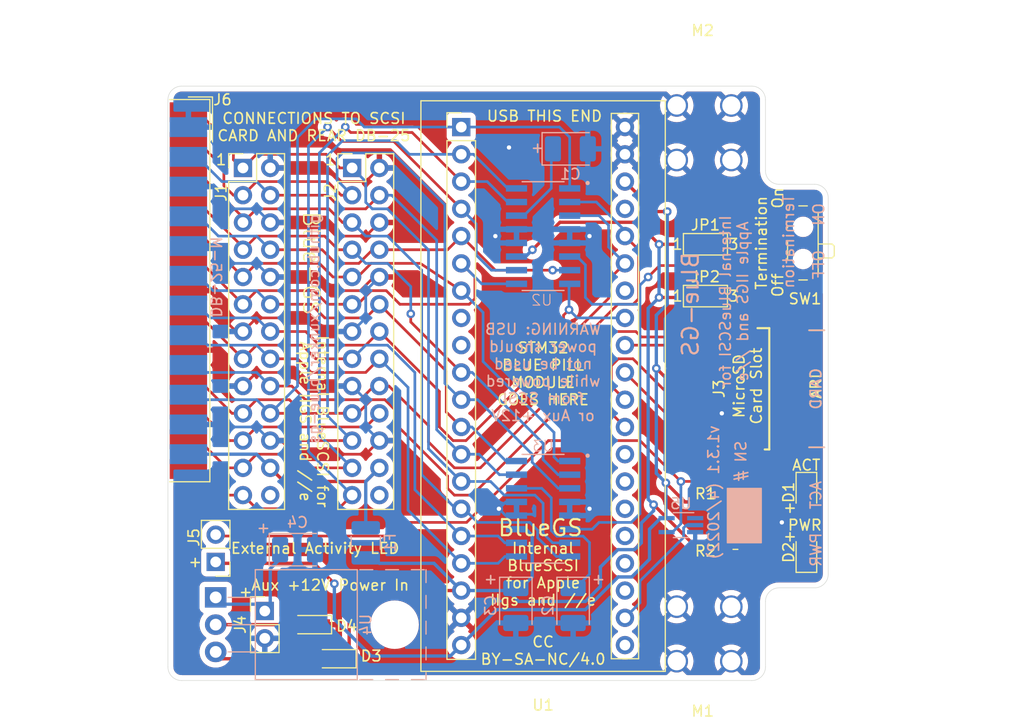
<source format=kicad_pcb>
(kicad_pcb (version 20211014) (generator pcbnew)
  (layers (0 "F.Cu" signal) (31 "B.Cu" signal) (34 "B.Paste" user) (35 "F.Paste" user) (36 "B.SilkS" user "B.Silkscreen") (37 "F.SilkS" user "F.Silkscreen") (38 "B.Mask" user) (39 "F.Mask" user) (44 "Edge.Cuts" user))
  (net 0 "")
  (net 12 "+5V")
  (net 13 "GND")
  (net 14 "/SCSI_DB4")
  (net 15 "/SCSI_DB2")
  (net 16 "/SCSI_DB1")
  (net 17 "/SCSI_DBP")
  (net 18 "/SCSI_SEL")
  (net 19 "/SCSI_ATN")
  (net 20 "/SCSI_C_D")
  (net 21 "/SCSI_DB7")
  (net 22 "/SCSI_DB6")
  (net 23 "/SCSI_DB5")
  (net 24 "/SCSI_DB3")
  (net 25 "/SCSI_DB0")
  (net 26 "/SCSI_BSY")
  (net 27 "/SCSI_ACK")
  (net 28 "/SCSI_RST")
  (net 29 "/SCSI_I_O")
  (net 30 "/SCSI_MSG")
  (net 31 "/SCSI_REQ")
  (net 32 "/SD_MISO")
  (net 33 "/SD_CSK")
  (net 34 "+3V3")
  (net 35 "/SD_MOSI")
  (net 36 "/SD_CS")
  (net 39 "Net-(D2-Pad2)")
  (net 40 "Net-(C1-Pad1)")
  (net 41 "Net-(C2-Pad1)")
  (net 42 "/TERM_DISC")
  (net 43 "Net-(D1-Pad1)")
  (net 44 "/DEBUG_RX")
  (net 45 "/DEBUG_TX")
  (net 46 "Net-(D4-Pad2)")
  (net 47 "/+12V_AUX")
  (net 48 "/TERM_EN")
  (net 49 "/TERM_DIS")
  (net 50 "/DISK_ACT")
  (net 51 "/REG_OUT")
  (net 52 "/SCSI_TERMPWR")
  (net 53 "Net-(D1-Pad2)")
  (footprint "my library:YAAJ_BluePill_2" (layer "F.Cu") (at 152.4 50.8)
    (fp_text reference "U1")
    (fp_text value "YAAJ_BluePill" hide)
  )
  (footprint "Button_Switch_SMD:SW_SPDT_PCM12" (layer "F.Cu") (at 183.896 61.595 90)
    (fp_text reference "SW1")
    (fp_text value "SW_SPDT")
  )
  (footprint "Resistor_SMD:R_0805_2012Metric_Pad1.20x1.40mm_HandSolder" (layer "F.Cu") (at 177.927 89.408 180)
    (fp_text reference "R2")
    (fp_text value "1K")
  )
  (footprint "LED_SMD:LED_0805_2012Metric_Pad1.15x1.40mm_HandSolder" (layer "F.Cu") (at 184.531 84.836 -90)
    (fp_text reference "D1")
    (fp_text value "LED")
  )
  (footprint "Diode_SMD:D_SOD-323_HandSoldering" (layer "F.Cu") (at 138.43 97.155 180)
    (fp_text reference "D4")
    (fp_text value "1N4001")
  )
  (footprint "Diode_SMD:D_SOD-323_HandSoldering" (layer "F.Cu") (at 140.716 100.33 180)
    (fp_text reference "D3")
    (fp_text value "1N4001")
  )
  (footprint "Jumper:SolderJumper-3_P1.3mm_Open_Pad1.0x1.5mm_NumberLabels" (layer "F.Cu") (at 175.133 66.548)
    (fp_text reference "JP2")
    (fp_text value "Jumper_3_Open")
  )
  (footprint "Jumper:SolderJumper-3_P1.3mm_Open_Pad1.0x1.5mm_NumberLabels" (layer "F.Cu") (at 175.133 61.722)
    (fp_text reference "JP1")
    (fp_text value "Jumper_3_Open")
  )
  (footprint "Resistor_SMD:R_0805_2012Metric_Pad1.20x1.40mm_HandSolder" (layer "F.Cu") (at 177.927 85.725)
    (fp_text reference "R1")
    (fp_text value "470")
  )
  (footprint "Connector_PinHeader_2.54mm:PinHeader_2x13_P2.54mm_Vertical" (layer "F.Cu") (at 132.08 54.61)
    (fp_text reference "J1")
    (fp_text value "Conn_02x13_Odd_Even")
  )
  (footprint "Connector_PinHeader_2.54mm:PinHeader_2x13_P2.54mm_Vertical" (layer "F.Cu") (at 142.24 54.61)
    (fp_text reference "J2")
    (fp_text value "Conn_02x13_Odd_Even")
  )
  (footprint "Connector_PinHeader_2.54mm:PinHeader_1x02_P2.54mm_Vertical" (layer "F.Cu") (at 134.112 95.885)
    (fp_text reference "J4")
    (fp_text value "Conn_01x02_Male")
  )
  (footprint "Connector_PinHeader_2.54mm:PinHeader_1x02_P2.54mm_Vertical" (layer "F.Cu") (at 129.54 91.313 180)
    (fp_text reference "J5")
    (fp_text value "Conn_01x02_Male")
  )
  (footprint "my library:keystone-7774" (layer "F.Cu") (at 180.721 100.561 180)
    (fp_text reference "M1")
    (fp_text value "Screw_Terminal_01x01")
  )
  (footprint "my library:keystone-7774" (layer "F.Cu") (at 180.721 53.871 180)
    (fp_text reference "M2")
    (fp_text value "Screw_Terminal_01x01")
  )
  (footprint "LED_SMD:LED_0805_2012Metric_Pad1.15x1.40mm_HandSolder" (layer "F.Cu") (at 184.531 90.424 90)
    (fp_text reference "D2")
    (fp_text value "LED")
  )
  (footprint "Molex 105162-0001:105162-0001" (layer "F.Cu") (at 174.625 75.184 90)
    (fp_text reference "J3")
    (fp_text value "105162-0001")
  )
  (footprint "Connector_Dsub:DSUB-25_Male_EdgeMount_P2.77mm" (layer "F.Cu") (at 127 66.04 -90)
    (fp_text reference "J6")
    (fp_text value "DB25_Male")
  )
  (footprint "Capacitor_Tantalum_SMD:CP_EIA-3528-21_Kemet-B_Pad1.50x2.35mm_HandSolder" (layer "B.Cu") (at 162.56 52.832)
    (fp_text reference "C1")
    (fp_text value "4.7uF, 6.3v")
  )
  (footprint "my library:SOIC127P600X175-16N" (layer "B.Cu") (at 160.02 86.36 180)
    (fp_text reference "U3")
    (fp_text value "UC560x, UCC56xx")
  )
  (footprint "Capacitor_Tantalum_SMD:CP_EIA-3528-21_Kemet-B_Pad1.50x2.35mm_HandSolder" (layer "B.Cu") (at 157.48 95.377 -90)
    (fp_text reference "C3")
    (fp_text value "4.7uF, 6.3v")
  )
  (footprint "Capacitor_Tantalum_SMD:CP_EIA-3528-21_Kemet-B_Pad1.50x2.35mm_HandSolder" (layer "B.Cu") (at 162.814 95.377 -90)
    (fp_text reference "C2")
    (fp_text value "4.7uF, 6.3v")
  )
  (footprint "my library:SOIC127P600X175-16N" (layer "B.Cu") (at 160.02 60.96 180)
    (fp_text reference "U2")
    (fp_text value "UC560x, UCC56xx")
  )
  (footprint "Fuse:Fuse_1210_3225Metric" (layer "B.Cu") (at 143.51 89.535 90)
    (fp_text reference "F1")
    (fp_text value "Fuse")
  )
  (footprint "Package_TO_SOT_SMD:SOT-353_SC-70-5_Handsoldering" (layer "B.Cu") (at 172.847 87.884 180)
    (fp_text reference "U5")
    (fp_text value "NL17SZ07DFT2G")
  )
  (footprint "Package_TO_SOT_THT:TO-220-3_Horizontal_TabUp" (layer "B.Cu") (at 129.54 94.615 -90)
    (fp_text reference "U4")
    (fp_text value "MC7805CT-BP")
  )
  (footprint "Capacitor_Tantalum_SMD:CP_EIA-3528-21_Kemet-B_Pad1.50x2.35mm_HandSolder" (layer "B.Cu") (at 137.16 90.17)
    (fp_text reference "C4")
    (fp_text value "10uF")
  )
  (gr_poly (pts (xy 180.34 89.535) (xy 177.165 89.535) (xy 177.165 84.455) (xy 180.34 84.455)) (layer "B.SilkS") (width 0.1) (fill solid))
  (gr_line (start 186.563 57.404) (end 186.563 92.456) (layer "Edge.Cuts") (width 0.05))
  (gr_line (start 125.095 101.092) (end 125.095 48.26) (layer "Edge.Cuts") (width 0.05))
  (gr_line (start 181.991 56.134) (end 185.293 56.134) (layer "Edge.Cuts") (width 0.05))
  (gr_line (start 180.721 94.996) (end 180.721 101.092) (layer "Edge.Cuts") (width 0.05))
  (gr_arc (start 185.293 56.134) (mid 186.191026 56.505974) (end 186.563 57.404) (layer "Edge.Cuts") (width 0.05))
  (gr_arc (start 186.563 92.456) (mid 186.191026 93.354026) (end 185.293 93.726) (layer "Edge.Cuts") (width 0.05))
  (gr_arc (start 181.991 56.134) (mid 181.092974 55.762026) (end 180.721 54.864) (layer "Edge.Cuts") (width 0.05))
  (gr_line (start 180.721 48.26) (end 180.721 54.864) (layer "Edge.Cuts") (width 0.05))
  (gr_arc (start 180.721 94.996) (mid 181.092974 94.097974) (end 181.991 93.726) (layer "Edge.Cuts") (width 0.05))
  (gr_line (start 181.991 93.726) (end 185.293 93.726) (layer "Edge.Cuts") (width 0.05))
  (gr_line (start 126.365 46.99) (end 179.451 46.99) (layer "Edge.Cuts") (width 0.05))
  (gr_line (start 179.451 102.362) (end 126.365 102.362) (layer "Edge.Cuts") (width 0.05))
  (gr_arc (start 126.365 102.362) (mid 125.466974 101.990026) (end 125.095 101.092) (layer "Edge.Cuts") (width 0.05))
  (gr_arc (start 180.721 101.092) (mid 180.349026 101.990026) (end 179.451 102.362) (layer "Edge.Cuts") (width 0.05))
  (gr_arc (start 125.095 48.26) (mid 125.466974 47.361974) (end 126.365 46.99) (layer "Edge.Cuts") (width 0.05))
  (gr_arc (start 179.451 46.99) (mid 180.349026 47.361974) (end 180.721 48.26) (layer "Edge.Cuts") (width 0.05))
  (gr_text "ACT" (at 185.42 85.09 90) (layer "B.SilkS") (effects (font (size 1 1)) (justify mirror)))
  (gr_text "PWR" (at 185.42 90.17 90) (layer "B.SilkS") (effects (font (size 1 1)) (justify mirror)))
  (gr_text "ON   OFF" (at 185.674 61.468 90) (layer "B.SilkS") (effects (font (size 1 1)) (justify mirror)))
  (gr_text "github.com/xunker/blue-gs" (at 138.684 69.596 90) (layer "B.SilkS") (effects (font (size 1 1)) (justify mirror)))
  (gr_text "Internal BlueSCSI for\nApple IIGS and //e" (at 177.8 67.056 90) (layer "B.SilkS") (effects (font (size 1 1)) (justify mirror)))
  (gr_text "+" (at 133.985 88.265 -180) (layer "B.SilkS") (effects (font (size 1 1)) (justify mirror)))
  (gr_text "|    CARD    |" (at 185.42 75.184 90) (layer "B.SilkS") (effects (font (size 1 1)) (justify mirror)))
  (gr_text "Termination" (at 182.88 61.468 90) (layer "B.SilkS") (effects (font (size 1 1)) (justify mirror)))
  (gr_text "SN #" (at 178.435 81.915 90) (layer "B.SilkS") (effects (font (size 1 1)) (justify mirror)))
  (gr_text "Blue-GS" (at 173.736 67.31 90) (layer "B.SilkS") (effects (font (size 1.5 1.5) (thickness 0.2)) (justify mirror)))
  (gr_text "DB-25-M" (at 129.54 64.77 270) (layer "B.SilkS") (effects (font (size 1 1)) (justify mirror)))
  (gr_text "+" (at 159.512 52.705) (layer "B.SilkS") (effects (font (size 1 1)) (justify mirror)))
  (gr_text "+" (at 155.067 92.964 90) (layer "B.SilkS") (effects (font (size 1 1)) (justify mirror)))
  (gr_text "+" (at 165.1 92.964 90) (layer "B.SilkS") (effects (font (size 1 1)) (justify mirror)))
  (gr_text "WARNING: USB\npower should\nnot be used\nwhile powered\nfrom SCSI\nor Aux +12V" (at 160.02 73.66) (layer "B.SilkS") (effects (font (size 1 1)) (justify mirror)))
  (gr_text "v1.3.1 (4/2022)" (at 175.895 84.836 90) (layer "B.SilkS") (effects (font (size 1 1)) (justify mirror)))
  (gr_text "Aux +12V Power In" (at 140.208 93.472) (layer "F.SilkS") (effects (font (size 1 1))))
  (gr_text "Blue-GS" (at 138.43 63.5 270) (layer "F.SilkS") (effects (font (size 1.5 1.5))))
  (gr_text "+" (at 127.635 91.44 180) (layer "F.SilkS") (effects (font (size 1 1))))
  (gr_text "Internal BlueSCSI for\nApple IIGS and //e\n" (at 138.684 78.232 270) (layer "F.SilkS") (effects (font (size 1 1))))
  (gr_text "PWR" (at 186.055 87.884) (layer "F.SilkS") (effects (font (size 1 1)) (justify right)))
  (gr_text "External Activity LED" (at 130.87 90.043) (layer "F.SilkS") (effects (font (size 1 1)) (justify left)))
  (gr_text "+" (at 183.007 88.9) (layer "F.SilkS") (effects (font (size 1 1))))
  (gr_text "MicroSD\nCard Slot" (at 179.07 74.93 90) (layer "F.SilkS") (effects (font (size 1 1))))
  (gr_text "|    CARD    |" (at 185.42 75.184 90) (layer "F.SilkS") (effects (font (size 1 1))))
  (gr_text "CONNECTIONS TO SCSI\nCARD AND REAR DB-25" (at 138.684 50.8) (layer "F.SilkS") (effects (font (size 1 1))))
  (gr_text "On" (at 181.864 57.404 90) (layer "F.SilkS") (effects (font (size 1 1))))
  (gr_text "Termination" (at 180.34 61.595 90) (layer "F.SilkS") (effects (font (size 1 1))))
  (gr_text "Internal\nBlueSCSI\nfor Apple\nIIgs and //e" (at 160.02 92.456) (layer "F.SilkS") (effects (font (size 1 1))))
  (gr_text "STM32\nBLUE PILL\nMODULE\nGOES HERE" (at 160.02 73.787) (layer "F.SilkS") (effects (font (size 1 1))))
  (gr_text "USB THIS END" (at 160.147 49.784) (layer "F.SilkS") (effects (font (size 1 1))))
  (gr_text "CC\nBY-SA-NC/4.0" (at 160.02 99.568) (layer "F.SilkS") (effects (font (size 1 1))))
  (gr_text "+" (at 132.334 94.234 180) (layer "F.SilkS") (effects (font (size 1 1))))
  (gr_text "+" (at 183.007 86.233) (layer "F.SilkS") (effects (font (size 1 1))))
  (gr_text "BlueGS" (at 159.766 88.138) (layer "F.SilkS") (effects (font (size 1.5 1.5) (thickness 0.2))))
  (gr_text "1" (at 130.048 53.848) (layer "F.SilkS") (effects (font (size 1 1))))
  (gr_text "ACT" (at 185.928 82.296) (layer "F.SilkS") (effects (font (size 1 1)) (justify right)))
  (gr_text "1" (at 140.208 53.848) (layer "F.SilkS") (effects (font (size 1 1))))
  (gr_text "Off" (at 181.864 65.532 90) (layer "F.SilkS") (effects (font (size 1 1))))
  (segment (start 173.736 89.408) (end 170.307 85.979) (width 0.31) (layer "F.Cu") (net 12))
  (segment (start 159.02532 62.233641) (end 161.58796 59.671001) (width 0.31) (layer "F.Cu") (net 12))
  (segment (start 176.927 89.408) (end 173.736 89.408) (width 0.31) (layer "F.Cu") (net 12))
  (segment (start 161.58796 59.671001) (end 168.764001 59.671001) (width 0.31) (layer "F.Cu") (net 12))
  (segment (start 168.764001 59.671001) (end 170.815 61.722) (width 0.31) (layer "F.Cu") (net 12))
  (segment (start 141.966 100.33) (end 141.966 96.555875) (width 0.31) (layer "F.Cu") (net 12))
  (segment (start 144.541875 93.98) (end 152.4 93.98) (width 0.31) (layer "F.Cu") (net 12))
  (segment (start 141.966 96.555875) (end 144.541875 93.98) (width 0.31) (layer "F.Cu") (net 12))
  (segment (start 173.579 66.675) (end 170.814998 66.675) (width 0.31) (layer "F.Cu") (net 12))
  (segment (start 173.833 61.722) (end 170.815 61.722) (width 0.31) (layer "F.Cu") (net 12))
  (segment (start 173.833 66.421) (end 173.579 66.675) (width 0.31) (layer "F.Cu") (net 12))
  (via (at 170.815 61.722) (size 0.8) (drill 0.4) (layers "F.Cu" "B.Cu") (net 12))
  (via (at 170.307 85.979) (size 0.8) (drill 0.4) (layers "F.Cu" "B.Cu") (net 12))
  (via (at 159.02532 62.233641) (size 0.8) (drill 0.4) (layers "F.Cu" "B.Cu") (net 12))
  (via (at 170.814998 66.675) (size 0.8) (drill 0.4) (layers "F.Cu" "B.Cu") (net 12))
  (segment (start 156.718 93.9665) (end 157.7475 94.996) (width 0.31) (layer "B.Cu") (net 12))
  (segment (start 149.86 91.44) (end 152.4 93.98) (width 0.31) (layer "B.Cu") (net 12))
  (segment (start 157.734 93.98) (end 152.4 93.98) (width 0.31) (layer "B.Cu") (net 12))
  (segment (start 158.4265 88.265) (end 159.004 88.8425) (width 0.31) (layer "B.Cu") (net 12))
  (segment (start 143.51 90.805) (end 144.145 90.805) (width 0.31) (layer "B.Cu") (net 12))
  (segment (start 157.545 62.865) (end 158.393961 62.865) (width 0.31) (layer "B.Cu") (net 12))
  (segment (start 159.004 88.8425) (end 159.004 92.71) (width 0.31) (layer "B.Cu") (net 12))
  (segment (start 144.78 91.44) (end 149.86 91.44) (width 0.31) (layer "B.Cu") (net 12))
  (segment (start 165.354 93.599) (end 165.354 91.7879) (width 0.31) (layer "B.Cu") (net 12))
  (segment (start 169.799 85.471) (end 170.307 85.979) (width 0.31) (layer "B.Cu") (net 12))
  (segment (start 165.354 91.7879) (end 166.9719 90.17) (width 0.31) (layer "B.Cu") (net 12))
  (segment (start 158.393961 62.865) (end 159.02532 62.233641) (width 0.31) (layer "B.Cu") (net 12))
  (segment (start 157.7475 94.996) (end 163.957 94.996) (width 0.31) (layer "B.Cu") (net 12))
  (segment (start 170.814998 61.722002) (end 170.815 61.722) (width 0.31) (layer "B.Cu") (net 12))
  (segment (start 170.307 86.544685) (end 170.307 85.979) (width 0.31) (layer "B.Cu") (net 12))
  (segment (start 169.164 87.687685) (end 170.307 86.544685) (width 0.31) (layer "B.Cu") (net 12))
  (segment (start 144.145 90.805) (end 144.78 91.44) (width 0.31) (layer "B.Cu") (net 12))
  (segment (start 159.004 92.71) (end 157.734 93.98) (width 0.31) (layer "B.Cu") (net 12))
  (segment (start 169.164 89.535) (end 169.164 87.687685) (width 0.31) (layer "B.Cu") (net 12))
  (segment (start 166.9719 90.17) (end 168.529 90.17) (width 0.31) (layer "B.Cu") (net 12))
  (segment (start 169.799 67.690998) (end 169.799 85.471) (width 0.31) (layer "B.Cu") (net 12))
  (segment (start 168.529 90.17) (end 169.164 89.535) (width 0.31) (layer "B.Cu") (net 12))
  (segment (start 163.957 94.996) (end 165.354 93.599) (width 0.31) (layer "B.Cu") (net 12))
  (segment (start 170.814998 66.675) (end 170.814998 61.722002) (width 0.31) (layer "B.Cu") (net 12))
  (segment (start 170.814998 66.675) (end 169.799 67.690998) (width 0.31) (layer "B.Cu") (net 12))
  (segment (start 157.545 88.265) (end 158.4265 88.265) (width 0.31) (layer "B.Cu") (net 12))
  (segment (start 134.62 64.77) (end 138.938 64.77) (width 0.25) (layer "F.Cu") (net 13))
  (segment (start 143.002 66.04) (end 144.272 64.77) (width 0.25) (layer "F.Cu") (net 13))
  (segment (start 138.938 64.77) (end 140.208 66.04) (width 0.25) (layer "F.Cu") (net 13))
  (segment (start 140.208 66.04) (end 143.002 66.04) (width 0.25) (layer "F.Cu") (net 13))
  (segment (start 144.272 64.77) (end 144.78 64.77) (width 0.25) (layer "F.Cu") (net 13))
  (segment (start 134.62 54.61) (end 139.954 54.61) (width 0.25) (layer "F.Cu") (net 13))
  (segment (start 139.954 54.61) (end 141.224 55.88) (width 0.25) (layer "F.Cu") (net 13))
  (segment (start 141.224 55.88) (end 143.51 55.88) (width 0.25) (layer "F.Cu") (net 13))
  (segment (start 143.51 55.88) (end 144.78 54.61) (width 0.25) (layer "F.Cu") (net 13))
  (segment (start 132.08 69.85) (end 133.35 68.58) (width 0.25) (layer "F.Cu") (net 13))
  (segment (start 138.176 68.58) (end 139.446 69.85) (width 0.25) (layer "F.Cu") (net 13))
  (segment (start 133.35 68.58) (end 138.176 68.58) (width 0.25) (layer "F.Cu") (net 13))
  (segment (start 139.446 69.85) (end 142.24 69.85) (width 0.25) (layer "F.Cu") (net 13))
  (segment (start 142.24 74.93) (end 138.176 74.93) (width 0.25) (layer "F.Cu") (net 13))
  (segment (start 138.176 74.93) (end 136.906 73.66) (width 0.25) (layer "F.Cu") (net 13))
  (segment (start 136.906 73.66) (end 133.35 73.66) (width 0.25) (layer "F.Cu") (net 13))
  (segment (start 133.35 73.66) (end 132.08 74.93) (width 0.25) (layer "F.Cu") (net 13))
  (segment (start 134.62 80.01) (end 135.636 80.01) (width 0.25) (layer "F.Cu") (net 13))
  (segment (start 135.636 80.01) (end 136.906 81.28) (width 0.25) (layer "F.Cu") (net 13))
  (segment (start 136.906 81.28) (end 143.51 81.28) (width 0.25) (layer "F.Cu") (net 13))
  (segment (start 143.51 81.28) (end 144.78 80.01) (width 0.25) (layer "F.Cu") (net 13))
  (segment (start 134.62 59.69) (end 139.954 59.69) (width 0.25) (layer "F.Cu") (net 13))
  (segment (start 141.224 60.96) (end 143.51 60.96) (width 0.25) (layer "F.Cu") (net 13))
  (segment (start 139.954 59.69) (end 141.224 60.96) (width 0.25) (layer "F.Cu") (net 13))
  (segment (start 143.51 60.96) (end 144.78 59.69) (width 0.25) (layer "F.Cu") (net 13))
  (segment (start 131.445 69.85) (end 130.175 68.58) (width 0.25) (layer "F.Cu") (net 13))
  (segment (start 130.175 68.58) (end 130.175 67.31) (width 0.25) (layer "F.Cu") (net 13))
  (segment (start 130.175 67.31) (end 128.905 66.04) (width 0.25) (layer "F.Cu") (net 13))
  (segment (start 132.08 69.85) (end 131.445 69.85) (width 0.25) (layer "F.Cu") (net 13))
  (segment (start 128.905 66.04) (end 127 66.04) (width 0.25) (layer "F.Cu") (net 13))
  (via (at 182.245 87.63) (size 0.8) (drill 0.4) (layers "F.Cu" "B.Cu") (net 13))
  (via (at 164.338 86.36) (size 0.8) (drill 0.4) (layers "F.Cu" "B.Cu") (net 13))
  (via (at 176.657 77.47) (size 0.8) (drill 0.4) (layers "F.Cu" "B.Cu") (net 13))
  (via (at 156.845 52.705) (size 0.8) (drill 0.4) (layers "F.Cu" "B.Cu") (net 13))
  (via (at 164.338 60.96) (size 0.8) (drill 0.4) (layers "F.Cu" "B.Cu") (net 13))
  (via (at 155.575 60.96) (size 0.8) (drill 0.4) (layers "F.Cu" "B.Cu") (net 13))
  (via (at 155.9052 86.36) (size 0.8) (drill 0.4) (layers "F.Cu" "B.Cu") (net 13))
  (segment (start 142.24 74.93) (end 143.51 76.2) (width 0.25) (layer "B.Cu") (net 13))
  (segment (start 143.51 76.2) (end 143.51 78.74) (width 0.25) (layer "B.Cu") (net 13))
  (segment (start 143.51 78.74) (end 144.78 80.01) (width 0.25) (layer "B.Cu") (net 13))
  (segment (start 144.78 64.77) (end 143.51 66.04) (width 0.25) (layer "B.Cu") (net 13))
  (segment (start 143.51 66.04) (end 143.51 68.58) (width 0.25) (layer "B.Cu") (net 13))
  (segment (start 143.51 68.58) (end 142.24 69.85) (width 0.25) (layer "B.Cu") (net 13))
  (segment (start 134.62 80.01) (end 133.35 78.74) (width 0.25) (layer "B.Cu") (net 13))
  (segment (start 157.545 60.325) (end 162.495 60.325) (width 0.25) (layer "B.Cu") (net 13))
  (segment (start 130.175 78.74) (end 129.94 78.505) (width 0.25) (layer "B.Cu") (net 13))
  (segment (start 129.54 62.23) (end 127.345 62.23) (width 0.25) (layer "B.Cu") (net 13))
  (segment (start 157.545 86.995) (end 156.5402 86.995) (width 0.25) (layer "B.Cu") (net 13))
  (segment (start 127.345 62.23) (end 127 61.885) (width 0.25) (layer "B.Cu") (net 13))
  (segment (start 157.545 85.725) (end 156.5402 85.725) (width 0.25) (layer "B.Cu") (net 13))
  (segment (start 130.175 58.42) (end 130.175 57.15) (width 0.25) (layer "B.Cu") (net 13))
  (segment (start 134.62 59.69) (end 133.35 58.42) (width 0.25) (layer "B.Cu") (net 13))
  (segment (start 156.5402 86.995) (end 155.9052 86.36) (width 0.25) (layer "B.Cu") (net 13))
  (segment (start 133.35 78.74) (end 130.175 78.74) (width 0.25) (layer "B.Cu") (net 13))
  (segment (start 134.62 64.77) (end 133.35 63.5) (width 0.25) (layer "B.Cu") (net 13))
  (segment (start 130.175 57.15) (end 129.37 56.345) (width 0.25) (layer "B.Cu") (net 13))
  (segment (start 157.545 85.725) (end 157.545 86.995) (width 0.25) (layer "B.Cu") (net 13))
  (segment (start 129.37 56.345) (end 127 56.345) (width 0.25) (layer "B.Cu") (net 13))
  (segment (start 130.81 63.5) (end 129.54 62.23) (width 0.25) (layer "B.Cu") (net 13))
  (segment (start 174.197 93.745) (end 172.461 95.481) (width 0.25) (layer "B.Cu") (net 13))
  (segment (start 133.35 63.5) (end 130.81 63.5) (width 0.25) (layer "B.Cu") (net 13))
  (segment (start 129.94 78.505) (end 127 78.505) (width 0.25) (layer "B.Cu") (net 13))
  (segment (start 156.5402 85.725) (end 155.9052 86.36) (width 0.25) (layer "B.Cu") (net 13))
  (segment (start 133.35 58.42) (end 130.175 58.42) (width 0.25) (layer "B.Cu") (net 13))
  (segment (start 174.197 88.58) (end 174.197 93.745) (width 0.25) (layer "B.Cu") (net 13))
  (segment (start 157.418 61.468) (end 157.545 61.595) (width 0.25) (layer "B.Cu") (net 13))
  (segment (start 134.62 77.47) (end 136.144 77.47) (width 0.25) (layer "F.Cu") (net 14))
  (segment (start 136.144 77.47) (end 137.414 78.74) (width 0.25) (layer "F.Cu") (net 14))
  (segment (start 137.414 78.74) (end 143.51 78.74) (width 0.25) (layer "F.Cu") (net 14))
  (segment (start 143.51 78.74) (end 144.78 77.47) (width 0.25) (layer "F.Cu") (net 14))
  (segment (start 161.544 50.8) (end 162.495 51.751) (width 0.25) (layer "B.Cu") (net 14))
  (segment (start 152.4 50.8) (end 161.544 50.8) (width 0.25) (layer "B.Cu") (net 14))
  (segment (start 127.465 76.2) (end 133.35 76.2) (width 0.25) (layer "B.Cu") (net 14))
  (segment (start 137.16 74.93) (end 137.16 51.758998) (width 0.25) (layer "B.Cu") (net 14))
  (segment (start 137.16 51.758998) (end 138.880998 50.038) (width 0.25) (layer "B.Cu") (net 14))
  (segment (start 138.880998 50.038) (end 142.621 50.038) (width 0.25) (layer "B.Cu") (net 14))
  (segment (start 162.495 51.751) (end 162.495 56.515) (width 0.25) (layer "B.Cu") (net 14))
  (segment (start 151.3 50.8) (end 152.4 50.8) (width 0.25) (layer "B.Cu") (net 14))
  (segment (start 127 75.735) (end 127.465 76.2) (width 0.25) (layer "B.Cu") (net 14))
  (segment (start 133.35 76.2) (end 134.62 77.47) (width 0.25) (layer "B.Cu") (net 14))
  (segment (start 143.383 50.8) (end 151.3 50.8) (width 0.25) (layer "B.Cu") (net 14))
  (segment (start 142.621 50.038) (end 143.383 50.8) (width 0.25) (layer "B.Cu") (net 14))
  (segment (start 134.62 77.47) (end 137.16 74.93) (width 0.25) (layer "B.Cu") (net 14))
  (segment (start 136.62025 74.93) (end 137.89025 76.2) (width 0.25) (layer "F.Cu") (net 15))
  (segment (start 144.272 74.93) (end 144.78 74.93) (width 0.25) (layer "F.Cu") (net 15))
  (segment (start 137.89025 76.2) (end 143.002 76.2) (width 0.25) (layer "F.Cu") (net 15))
  (segment (start 134.62 74.93) (end 136.62025 74.93) (width 0.25) (layer "F.Cu") (net 15))
  (segment (start 143.002 76.2) (end 144.272 74.93) (width 0.25) (layer "F.Cu") (net 15))
  (segment (start 151.765 82.55) (end 154.178 82.55) (width 0.25) (layer "F.Cu") (net 15))
  (segment (start 149.352 78.613) (end 149.352 80.137) (width 0.25) (layer "F.Cu") (net 15))
  (segment (start 163.576 73.152) (end 163.576 69.303002) (width 0.25) (layer "F.Cu") (net 15))
  (segment (start 163.576 69.303002) (end 166.116 66.763002) (width 0.25) (layer "F.Cu") (net 15))
  (segment (start 154.178 82.55) (end 163.576 73.152) (width 0.25) (layer "F.Cu") (net 15))
  (segment (start 166.116 65.024) (end 167.64 63.5) (width 0.25) (layer "F.Cu") (net 15))
  (segment (start 144.78 74.93) (end 145.669 74.93) (width 0.25) (layer "F.Cu") (net 15))
  (segment (start 149.352 80.137) (end 151.765 82.55) (width 0.25) (layer "F.Cu") (net 15))
  (segment (start 166.116 66.763002) (end 166.116 65.024) (width 0.25) (layer "F.Cu") (net 15))
  (segment (start 145.669 74.93) (end 149.352 78.613) (width 0.25) (layer "F.Cu") (net 15))
  (segment (start 166.116 59.944) (end 166.116 61.976) (width 0.25) (layer "B.Cu") (net 15))
  (segment (start 127 72.965) (end 127.695 73.66) (width 0.25) (layer "B.Cu") (net 15))
  (segment (start 162.495 59.055) (end 165.227 59.055) (width 0.25) (layer "B.Cu") (net 15))
  (segment (start 133.35 73.66) (end 134.62 74.93) (width 0.25) (layer "B.Cu") (net 15))
  (segment (start 165.227 59.055) (end 166.116 59.944) (width 0.25) (layer "B.Cu") (net 15))
  (segment (start 166.116 61.976) (end 167.64 63.5) (width 0.25) (layer "B.Cu") (net 15))
  (segment (start 127.695 73.66) (end 133.35 73.66) (width 0.25) (layer "B.Cu") (net 15))
  (segment (start 137.16 72.39) (end 138.43 73.66) (width 0.25) (layer "F.Cu") (net 16))
  (segment (start 138.43 73.66) (end 143.51 73.66) (width 0.25) (layer "F.Cu") (net 16))
  (segment (start 134.62 72.39) (end 137.16 72.39) (width 0.25) (layer "F.Cu") (net 16))
  (segment (start 143.51 73.66) (end 144.78 72.39) (width 0.25) (layer "F.Cu") (net 16))
  (segment (start 144.78 72.39) (end 147.447 75.057) (width 0.25) (layer "B.Cu") (net 16))
  (segment (start 156.464 90.805) (end 157.545 90.805) (width 0.25) (layer "B.Cu") (net 16))
  (segment (start 147.447 86.487) (end 152.4 91.44) (width 0.25) (layer "B.Cu") (net 16))
  (segment (start 152.4 91.44) (end 155.829 91.44) (width 0.25) (layer "B.Cu") (net 16))
  (segment (start 128.778 71.12) (end 133.35 71.12) (width 0.25) (layer "B.Cu") (net 16))
  (segment (start 147.447 75.057) (end 147.447 86.487) (width 0.25) (layer "B.Cu") (net 16))
  (segment (start 133.35 71.12) (end 134.62 72.39) (width 0.25) (layer "B.Cu") (net 16))
  (segment (start 127 70.195) (end 127.853 70.195) (width 0.25) (layer "B.Cu") (net 16))
  (segment (start 127.853 70.195) (end 128.778 71.12) (width 0.25) (layer "B.Cu") (net 16))
  (segment (start 155.829 91.44) (end 156.464 90.805) (width 0.25) (layer "B.Cu") (net 16))
  (segment (start 143.51 71.12) (end 144.78 69.85) (width 0.25) (layer "F.Cu") (net 17))
  (segment (start 134.62 69.85) (end 137.922 69.85) (width 0.25) (layer "F.Cu") (net 17))
  (segment (start 137.922 69.85) (end 139.192 71.12) (width 0.25) (layer "F.Cu") (net 17))
  (segment (start 139.192 71.12) (end 143.51 71.12) (width 0.25) (layer "F.Cu") (net 17))
  (segment (start 150.368 78.74) (end 151.638 80.01) (width 0.25) (layer "F.Cu") (net 17))
  (segment (start 144.78 69.85) (end 150.368 75.438) (width 0.25) (layer "F.Cu") (net 17))
  (segment (start 151.638 80.01) (end 152.838685 80.01) (width 0.25) (layer "F.Cu") (net 17))
  (segment (start 152.838685 80.01) (end 161.925 70.923685) (width 0.25) (layer "F.Cu") (net 17))
  (segment (start 150.368 75.438) (end 150.368 78.74) (width 0.25) (layer "F.Cu") (net 17))
  (segment (start 161.925 68.326) (end 162.433 67.818) (width 0.25) (layer "F.Cu") (net 17))
  (segment (start 161.925 70.923685) (end 161.925 68.326) (width 0.25) (layer "F.Cu") (net 17))
  (via (at 162.433 67.818) (size 0.8) (drill 0.4) (layers "F.Cu" "B.Cu") (net 17))
  (segment (start 129.038 68.58) (end 133.35 68.58) (width 0.25) (layer "B.Cu") (net 17))
  (segment (start 127.883 67.425) (end 129.038 68.58) (width 0.25) (layer "B.Cu") (net 17))
  (segment (start 162.433 65.659) (end 162.433 67.818) (width 0.25) (layer "B.Cu") (net 17))
  (segment (start 167.64 68.58) (end 163.195 68.58) (width 0.25) (layer "B.Cu") (net 17))
  (segment (start 162.56 65.532) (end 162.433 65.659) (width 0.25) (layer "B.Cu") (net 17))
  (segment (start 163.195 68.58) (end 162.433 67.818) (width 0.25) (layer "B.Cu") (net 17))
  (segment (start 127 67.425) (end 127.883 67.425) (width 0.25) (layer "B.Cu") (net 17))
  (segment (start 133.35 68.58) (end 134.62 69.85) (width 0.25) (layer "B.Cu") (net 17))
  (segment (start 134.62 67.31) (end 138.43 67.31) (width 0.25) (layer "F.Cu") (net 18))
  (segment (start 138.43 67.31) (end 139.7 68.58) (width 0.25) (layer "F.Cu") (net 18))
  (segment (start 139.7 68.58) (end 143.51 68.58) (width 0.25) (layer "F.Cu") (net 18))
  (segment (start 143.51 68.58) (end 144.78 67.31) (width 0.25) (layer "F.Cu") (net 18))
  (segment (start 151.003 77.343) (end 152.4 78.74) (width 0.25) (layer "F.Cu") (net 18))
  (segment (start 144.78 67.31) (end 151.003 73.533) (width 0.25) (layer "F.Cu") (net 18))
  (segment (start 151.003 73.533) (end 151.003 77.343) (width 0.25) (layer "F.Cu") (net 18))
  (segment (start 153.385 78.74) (end 156.56 81.915) (width 0.25) (layer "B.Cu") (net 18))
  (segment (start 156.56 81.915) (end 157.545 81.915) (width 0.25) (layer "B.Cu") (net 18))
  (segment (start 127.901 64.655) (end 129.286 66.04) (width 0.25) (layer "B.Cu") (net 18))
  (segment (start 133.35 66.04) (end 134.62 67.31) (width 0.25) (layer "B.Cu") (net 18))
  (segment (start 129.286 66.04) (end 133.35 66.04) (width 0.25) (layer "B.Cu") (net 18))
  (segment (start 152.4 78.74) (end 153.385 78.74) (width 0.25) (layer "B.Cu") (net 18))
  (segment (start 127 64.655) (end 127.901 64.655) (width 0.25) (layer "B.Cu") (net 18))
  (segment (start 144.14359 62.23) (end 144.78 62.23) (width 0.25) (layer "F.Cu") (net 19))
  (segment (start 140.716 63.5) (end 142.87359 63.5) (width 0.25) (layer "F.Cu") (net 19))
  (segment (start 134.62 62.23) (end 139.446 62.23) (width 0.25) (layer "F.Cu") (net 19))
  (segment (start 139.446 62.23) (end 140.716 63.5) (width 0.25) (layer "F.Cu") (net 19))
  (segment (start 142.87359 63.5) (end 144.14359 62.23) (width 0.25) (layer "F.Cu") (net 19))
  (segment (start 144.78 62.23) (end 151.13 62.23) (width 0.25) (layer "F.Cu") (net 19))
  (segment (start 152.4 60.96) (end 155.575 64.135) (width 0.25) (layer "F.Cu") (net 19))
  (segment (start 155.575 64.135) (end 160.909 64.135) (width 0.25) (layer "F.Cu") (net 19))
  (segment (start 151.13 62.23) (end 152.4 60.96) (width 0.25) (layer "F.Cu") (net 19))
  (via (at 160.909 64.135) (size 0.8) (drill 0.4) (layers "F.Cu" "B.Cu") (net 19))
  (segment (start 162.495 64.135) (end 160.909 64.135) (width 0.25) (layer "B.Cu") (net 19))
  (segment (start 133.35 60.96) (end 134.62 62.23) (width 0.25) (layer "B.Cu") (net 19))
  (segment (start 127 59.115) (end 127.949 59.115) (width 0.25) (layer "B.Cu") (net 19))
  (segment (start 127.949 59.115) (end 129.794 60.96) (width 0.25) (layer "B.Cu") (net 19))
  (segment (start 129.794 60.96) (end 133.35 60.96) (width 0.25) (layer "B.Cu") (net 19))
  (segment (start 134.62 57.15) (end 139.954 57.15) (width 0.25) (layer "F.Cu") (net 20))
  (segment (start 139.954 57.15) (end 141.224 58.42) (width 0.25) (layer "F.Cu") (net 20))
  (segment (start 141.224 58.42) (end 143.51 58.42) (width 0.25) (layer "F.Cu") (net 20))
  (segment (start 143.51 58.42) (end 144.78 57.15) (width 0.25) (layer "F.Cu") (net 20))
  (segment (start 133.35 55.88) (end 134.62 57.15) (width 0.25) (layer "B.Cu") (net 20))
  (segment (start 145.923 57.15) (end 150.114 61.341) (width 0.25) (layer "B.Cu") (net 20))
  (segment (start 154.051 81.28) (end 155.956 83.185) (width 0.25) (layer "B.Cu") (net 20))
  (segment (start 127.816666 53.575) (end 130.121666 55.88) (width 0.25) (layer "B.Cu") (net 20))
  (segment (start 155.956 83.185) (end 157.545 83.185) (width 0.25) (layer "B.Cu") (net 20))
  (segment (start 130.121666 55.88) (end 133.35 55.88) (width 0.25) (layer "B.Cu") (net 20))
  (segment (start 144.78 57.15) (end 145.923 57.15) (width 0.25) (layer "B.Cu") (net 20))
  (segment (start 150.114 61.341) (end 150.114 78.994) (width 0.25) (layer "B.Cu") (net 20))
  (segment (start 152.4 81.28) (end 154.051 81.28) (width 0.25) (layer "B.Cu") (net 20))
  (segment (start 127 53.575) (end 127.816666 53.575) (width 0.25) (layer "B.Cu") (net 20))
  (segment (start 150.114 78.994) (end 152.4 81.28) (width 0.25) (layer "B.Cu") (net 20))
  (segment (start 132.08 85.09) (end 133.35 86.36) (width 0.25) (layer "F.Cu") (net 21))
  (segment (start 133.35 86.36) (end 140.97 86.36) (width 0.25) (layer "F.Cu") (net 21))
  (segment (start 140.97 86.36) (end 142.24 85.09) (width 0.25) (layer "F.Cu") (net 21))
  (segment (start 141.29301 52.13901) (end 139.954 50.8) (width 0.25) (layer "F.Cu") (net 21))
  (segment (start 152.4 58.42) (end 146.11901 52.13901) (width 0.25) (layer "F.Cu") (net 21))
  (segment (start 130.175 85.09) (end 132.08 85.09) (width 0.25) (layer "F.Cu") (net 21))
  (segment (start 127 82.66) (end 127.745 82.66) (width 0.25) (layer "F.Cu") (net 21))
  (segment (start 127.745 82.66) (end 130.175 85.09) (width 0.25) (layer "F.Cu") (net 21))
  (segment (start 146.11901 52.13901) (end 141.29301 52.13901) (width 0.25) (layer "F.Cu") (net 21))
  (via (at 139.954 50.8) (size 0.8) (drill 0.4) (layers "F.Cu" "B.Cu") (net 21))
  (segment (start 152.4 58.42) (end 153.797 59.817) (width 0.25) (layer "B.Cu") (net 21))
  (segment (start 155.2067 64.135) (end 157.545 64.135) (width 0.25) (layer "B.Cu") (net 21))
  (segment (start 138.176 52.578) (end 139.954 50.8) (width 0.25) (layer "B.Cu") (net 21))
  (segment (start 153.797 59.817) (end 153.797 62.7253) (width 0.25) (layer "B.Cu") (net 21))
  (segment (start 142.24 85.09) (end 138.176 81.026) (width 0.25) (layer "B.Cu") (net 21))
  (segment (start 138.176 81.026) (end 138.176 52.578) (width 0.25) (layer "B.Cu") (net 21))
  (segment (start 153.797 62.7253) (end 155.2067 64.135) (width 0.25) (layer "B.Cu") (net 21))
  (segment (start 133.35 81.28) (end 135.763 81.28) (width 0.25) (layer "F.Cu") (net 22))
  (segment (start 142.113 51.308) (end 141.605 50.8) (width 0.25) (layer "F.Cu") (net 22))
  (segment (start 130.556 82.55) (end 132.08 82.55) (width 0.25) (layer "F.Cu") (net 22))
  (segment (start 152.4 55.88) (end 147.828 51.308) (width 0.25) (layer "F.Cu") (net 22))
  (segment (start 127 79.89) (end 127.896 79.89) (width 0.25) (layer "F.Cu") (net 22))
  (segment (start 132.08 82.55) (end 133.35 81.28) (width 0.25) (layer "F.Cu") (net 22))
  (segment (start 147.828 51.308) (end 142.113 51.308) (width 0.25) (layer "F.Cu") (net 22))
  (segment (start 137.033 82.55) (end 142.24 82.55) (width 0.25) (layer "F.Cu") (net 22))
  (segment (start 135.763 81.28) (end 137.033 82.55) (width 0.25) (layer "F.Cu") (net 22))
  (segment (start 127.896 79.89) (end 130.556 82.55) (width 0.25) (layer "F.Cu") (net 22))
  (via (at 141.605 50.8) (size 0.8) (drill 0.4) (layers "F.Cu" "B.Cu") (net 22))
  (segment (start 142.24 82.55) (end 139.192 79.502) (width 0.25) (layer "B.Cu") (net 22))
  (segment (start 154.813 55.88) (end 156.718 57.785) (width 0.25) (layer "B.Cu") (net 22))
  (segment (start 152.4 55.88) (end 154.813 55.88) (width 0.25) (layer "B.Cu") (net 22))
  (segment (start 139.192 53.213) (end 141.605 50.8) (width 0.25) (layer "B.Cu") (net 22))
  (segment (start 139.192 79.502) (end 139.192 53.213) (width 0.25) (layer "B.Cu") (net 22))
  (segment (start 156.718 57.785) (end 157.545 57.785) (width 0.25) (layer "B.Cu") (net 22))
  (segment (start 132.08 80.01) (end 133.35 78.74) (width 0.25) (layer "F.Cu") (net 23))
  (segment (start 133.35 78.74) (end 135.89 78.74) (width 0.25) (layer "F.Cu") (net 23))
  (segment (start 137.16 80.01) (end 142.24 80.01) (width 0.25) (layer "F.Cu") (net 23))
  (segment (start 135.89 78.74) (end 137.16 80.01) (width 0.25) (layer "F.Cu") (net 23))
  (segment (start 127 77.12) (end 127.92 77.12) (width 0.25) (layer "F.Cu") (net 23))
  (segment (start 127.92 77.12) (end 130.81 80.01) (width 0.25) (layer "F.Cu") (net 23))
  (segment (start 130.81 80.01) (end 132.08 80.01) (width 0.25) (layer "F.Cu") (net 23))
  (segment (start 142.24 80.01) (end 139.954 77.724) (width 0.25) (layer "B.Cu") (net 23))
  (segment (start 147.574 53.34) (end 152.4 53.34) (width 0.25) (layer "B.Cu") (net 23))
  (segment (start 156.718 56.515) (end 157.545 56.515) (width 0.25) (layer "B.Cu") (net 23))
  (segment (start 153.543 53.34) (end 156.718 56.515) (width 0.25) (layer "B.Cu") (net 23))
  (segment (start 152.4 53.34) (end 153.543 53.34) (width 0.25) (layer "B.Cu") (net 23))
  (segment (start 146.304 52.07) (end 147.574 53.34) (width 0.25) (layer "B.Cu") (net 23))
  (segment (start 141.351 52.07) (end 146.304 52.07) (width 0.25) (layer "B.Cu") (net 23))
  (segment (start 139.954 53.467) (end 141.351 52.07) (width 0.25) (layer "B.Cu") (net 23))
  (segment (start 139.954 77.724) (end 139.954 53.467) (width 0.25) (layer "B.Cu") (net 23))
  (segment (start 132.08 77.47) (end 133.35 76.2) (width 0.25) (layer "F.Cu") (net 24))
  (segment (start 136.398 76.2) (end 137.668 77.47) (width 0.25) (layer "F.Cu") (net 24))
  (segment (start 133.35 76.2) (end 136.398 76.2) (width 0.25) (layer "F.Cu") (net 24))
  (segment (start 137.668 77.47) (end 142.24 77.47) (width 0.25) (layer "F.Cu") (net 24))
  (segment (start 168.402 67.31) (end 168.91 66.802) (width 0.25) (layer "F.Cu") (net 24))
  (segment (start 168.91 66.802) (end 168.91 62.23) (width 0.25) (layer "F.Cu") (net 24))
  (segment (start 132.08 77.47) (end 131.064 77.47) (width 0.25) (layer "F.Cu") (net 24))
  (segment (start 144.037499 76.2) (end 145.287295 76.2) (width 0.25) (layer "F.Cu") (net 24))
  (segment (start 151.765 85.09) (end 153.416 85.09) (width 0.25) (layer "F.Cu") (net 24))
  (segment (start 146.177 77.089705) (end 146.177 78.359) (width 0.25) (layer "F.Cu") (net 24))
  (segment (start 151.13 84.455) (end 151.765 85.09) (width 0.25) (layer "F.Cu") (net 24))
  (segment (start 168.91 62.23) (end 167.64 60.96) (width 0.25) (layer "F.Cu") (net 24))
  (segment (start 142.24 77.47) (end 142.767499 77.47) (width 0.25) (layer "F.Cu") (net 24))
  (segment (start 166.981 67.31) (end 168.402 67.31) (width 0.25) (layer "F.Cu") (net 24))
  (segment (start 164.592 69.699) (end 166.981 67.31) (width 0.25) (layer "F.Cu") (net 24))
  (segment (start 164.592 73.914) (end 164.592 69.699) (width 0.25) (layer "F.Cu") (net 24))
  (segment (start 131.064 77.47) (end 127.944 74.35) (width 0.25) (layer "F.Cu") (net 24))
  (segment (start 142.767499 77.47) (end 144.037499 76.2) (width 0.25) (layer "F.Cu") (net 24))
  (segment (start 127.944 74.35) (end 127 74.35) (width 0.25) (layer "F.Cu") (net 24))
  (segment (start 151.13 83.312) (end 151.13 84.455) (width 0.25) (layer "F.Cu") (net 24))
  (segment (start 145.287295 76.2) (end 146.177 77.089705) (width 0.25) (layer "F.Cu") (net 24))
  (segment (start 153.416 85.09) (end 164.592 73.914) (width 0.25) (layer "F.Cu") (net 24))
  (segment (start 146.177 78.359) (end 151.13 83.312) (width 0.25) (layer "F.Cu") (net 24))
  (segment (start 167.64 60.452) (end 167.64 60.96) (width 0.25) (layer "B.Cu") (net 24))
  (segment (start 164.973 57.785) (end 167.64 60.452) (width 0.25) (layer "B.Cu") (net 24))
  (segment (start 162.495 57.785) (end 164.973 57.785) (width 0.25) (layer "B.Cu") (net 24))
  (segment (start 132.08 72.39) (end 133.35 71.12) (width 0.25) (layer "F.Cu") (net 25))
  (segment (start 133.35 71.12) (end 137.58792 71.12) (width 0.25) (layer "F.Cu") (net 25))
  (segment (start 137.58792 71.12) (end 138.85792 72.39) (width 0.25) (layer "F.Cu") (net 25))
  (segment (start 138.85792 72.39) (end 142.24 72.39) (width 0.25) (layer "F.Cu") (net 25))
  (segment (start 128.5 68.81) (end 127 68.81) (width 0.25) (layer "F.Cu") (net 25))
  (segment (start 132.08 72.39) (end 128.5 68.81) (width 0.25) (layer "F.Cu") (net 25))
  (segment (start 155.829 88.9) (end 156.464 89.535) (width 0.25) (layer "B.Cu") (net 25))
  (segment (start 148.082 73.66) (end 148.082 84.582) (width 0.25) (layer "B.Cu") (net 25))
  (segment (start 143.51 71.12) (end 145.542 71.12) (width 0.25) (layer "B.Cu") (net 25))
  (segment (start 145.542 71.12) (end 148.082 73.66) (width 0.25) (layer "B.Cu") (net 25))
  (segment (start 148.082 84.582) (end 152.4 88.9) (width 0.25) (layer "B.Cu") (net 25))
  (segment (start 156.464 89.535) (end 157.545 89.535) (width 0.25) (layer "B.Cu") (net 25))
  (segment (start 142.24 72.39) (end 143.51 71.12) (width 0.25) (layer "B.Cu") (net 25))
  (segment (start 152.4 88.9) (end 155.829 88.9) (width 0.25) (layer "B.Cu") (net 25))
  (segment (start 132.08 67.31) (end 133.35 66.04) (width 0.25) (layer "F.Cu") (net 26))
  (segment (start 133.35 66.04) (end 138.684 66.04) (width 0.25) (layer "F.Cu") (net 26))
  (segment (start 139.954 67.31) (end 142.24 67.31) (width 0.25) (layer "F.Cu") (net 26))
  (segment (start 138.684 66.04) (end 139.954 67.31) (width 0.25) (layer "F.Cu") (net 26))
  (segment (start 144.027749 66.04) (end 145.415 66.04) (width 0.25) (layer "F.Cu") (net 26))
  (segment (start 153.142501 67.31) (end 153.67 66.782501) (width 0.25) (layer "F.Cu") (net 26))
  (segment (start 153.67 66.782501) (end 153.67 64.77) (width 0.25) (layer "F.Cu") (net 26))
  (segment (start 128.04 63.27) (end 132.08 67.31) (width 0.25) (layer "F.Cu") (net 26))
  (segment (start 153.67 64.77) (end 152.4 63.5) (width 0.25) (layer "F.Cu") (net 26))
  (segment (start 127 63.27) (end 128.04 63.27) (width 0.25) (layer "F.Cu") (net 26))
  (segment (start 146.685 67.31) (end 153.142501 67.31) (width 0.25) (layer "F.Cu") (net 26))
  (segment (start 145.415 66.04) (end 146.685 67.31) (width 0.25) (layer "F.Cu") (net 26))
  (segment (start 142.24 67.31) (end 142.757749 67.31) (width 0.25) (layer "F.Cu") (net 26))
  (segment (start 142.757749 67.31) (end 144.027749 66.04) (width 0.25) (layer "F.Cu") (net 26))
  (segment (start 154.305 65.405) (end 152.4 63.5) (width 0.25) (layer "B.Cu") (net 26))
  (segment (start 157.545 65.405) (end 154.305 65.405) (width 0.25) (layer "B.Cu") (net 26))
  (segment (start 132.08 64.77) (end 133.35 63.5) (width 0.25) (layer "F.Cu") (net 27))
  (segment (start 133.35 63.5) (end 139.192 63.5) (width 0.25) (layer "F.Cu") (net 27))
  (segment (start 140.462 64.77) (end 142.24 64.77) (width 0.25) (layer "F.Cu") (net 27))
  (segment (start 139.192 63.5) (end 140.462 64.77) (width 0.25) (layer "F.Cu") (net 27))
  (segment (start 146.05 63.5) (end 148.59 63.5) (width 0.25) (layer "F.Cu") (net 27))
  (segment (start 144.018 63.5) (end 146.05 63.5) (width 0.25) (layer "F.Cu") (net 27))
  (segment (start 148.59 63.5) (end 152.4 66.04) (width 0.25) (layer "F.Cu") (net 27))
  (segment (start 132.08 64.763334) (end 132.08 64.77) (width 0.25) (layer "F.Cu") (net 27))
  (segment (start 127 60.5) (end 127.816666 60.5) (width 0.25) (layer "F.Cu") (net 27))
  (segment (start 142.748 64.77) (end 144.018 63.5) (width 0.25) (layer "F.Cu") (net 27))
  (segment (start 142.24 64.77) (end 142.748 64.77) (width 0.25) (layer "F.Cu") (net 27))
  (segment (start 127.816666 60.5) (end 132.08 64.763334) (width 0.25) (layer "F.Cu") (net 27))
  (segment (start 152.4 66.04) (end 154.432 68.072) (width 0.25) (layer "B.Cu") (net 27))
  (segment (start 154.432 72.644) (end 161.036 79.248) (width 0.25) (layer "B.Cu") (net 27))
  (segment (start 161.417 81.915) (end 162.495 81.915) (width 0.25) (layer "B.Cu") (net 27))
  (segment (start 161.036 79.248) (end 161.036 81.534) (width 0.25) (layer "B.Cu") (net 27))
  (segment (start 161.036 81.534) (end 161.417 81.915) (width 0.25) (layer "B.Cu") (net 27))
  (segment (start 154.432 68.072) (end 154.432 72.644) (width 0.25) (layer "B.Cu") (net 27))
  (segment (start 132.08 62.23) (end 133.35 60.96) (width 0.25) (layer "F.Cu") (net 28))
  (segment (start 133.35 60.96) (end 139.683949 60.96) (width 0.25) (layer "F.Cu") (net 28))
  (segment (start 139.683949 60.96) (end 140.953949 62.23) (width 0.25) (layer "F.Cu") (net 28))
  (segment (start 140.953949 62.23) (end 142.24 62.23) (width 0.25) (layer "F.Cu") (net 28))
  (segment (start 132.08 61.993334) (end 132.08 62.23) (width 0.25) (layer "F.Cu") (net 28))
  (segment (start 127.816666 57.73) (end 132.08 61.993334) (width 0.25) (layer "F.Cu") (net 28))
  (segment (start 152.4 73.66) (end 147.701 68.961) (width 0.25) (layer "F.Cu") (net 28))
  (segment (start 127 57.73) (end 127.816666 57.73) (width 0.25) (layer "F.Cu") (net 28))
  (segment (start 147.701 68.961) (end 147.701 68.199) (width 0.25) (layer "F.Cu") (net 28))
  (via (at 147.701 68.199) (size 0.8) (drill 0.4) (layers "F.Cu" "B.Cu") (net 28))
  (segment (start 161.417 83.185) (end 162.495 83.185) (width 0.25) (layer "B.Cu") (net 28))
  (segment (start 152.4 73.66) (end 153.416 73.66) (width 0.25) (layer "B.Cu") (net 28))
  (segment (start 145.542 63.5) (end 147.701 65.659) (width 0.25) (layer "B.Cu") (net 28))
  (segment (start 147.701 65.659) (end 147.701 68.199) (width 0.25) (layer "B.Cu") (net 28))
  (segment (start 153.416 73.66) (end 160.02 80.264) (width 0.25) (layer "B.Cu") (net 28))
  (segment (start 160.02 80.264) (end 160.02 81.788) (width 0.25) (layer "B.Cu") (net 28))
  (segment (start 142.24 62.23) (end 143.51 63.5) (width 0.25) (layer "B.Cu") (net 28))
  (segment (start 160.02 81.788) (end 161.417 83.185) (width 0.25) (layer "B.Cu") (net 28))
  (segment (start 143.51 63.5) (end 145.542 63.5) (width 0.25) (layer "B.Cu") (net 28))
  (segment (start 132.08 59.69) (end 133.35 58.42) (width 0.25) (layer "F.Cu") (net 29))
  (segment (start 133.35 58.42) (end 140.07959 58.42) (width 0.25) (layer "F.Cu") (net 29))
  (segment (start 140.07959 58.42) (end 141.34959 59.69) (width 0.25) (layer "F.Cu") (net 29))
  (segment (start 141.34959 59.69) (end 142.24 59.69) (width 0.25) (layer "F.Cu") (net 29))
  (segment (start 127 54.96) (end 127.816666 54.96) (width 0.25) (layer "F.Cu") (net 29))
  (segment (start 132.08 59.223334) (end 132.08 59.69) (width 0.25) (layer "F.Cu") (net 29))
  (segment (start 127.816666 54.96) (end 132.08 59.223334) (width 0.25) (layer "F.Cu") (net 29))
  (segment (start 159.512 89.057) (end 161.26 90.805) (width 0.25) (layer "B.Cu") (net 29))
  (segment (start 143.51 60.96) (end 145.542 60.96) (width 0.25) (layer "B.Cu") (net 29))
  (segment (start 148.717 83.185) (end 151.892 86.36) (width 0.25) (layer "B.Cu") (net 29))
  (segment (start 151.892 86.36) (end 152.4 86.36) (width 0.25) (layer "B.Cu") (net 29))
  (segment (start 152.654 86.36) (end 153.924 87.63) (width 0.25) (layer "B.Cu") (net 29))
  (segment (start 161.26 90.805) (end 162.495 90.805) (width 0.25) (layer "B.Cu") (net 29))
  (segment (start 158.780002 87.63) (end 159.512 88.361998) (width 0.25) (layer "B.Cu") (net 29))
  (segment (start 152.4 86.36) (end 152.654 86.36) (width 0.25) (layer "B.Cu") (net 29))
  (segment (start 142.24 59.69) (end 143.51 60.96) (width 0.25) (layer "B.Cu") (net 29))
  (segment (start 148.717 64.135) (end 148.717 83.185) (width 0.25) (layer "B.Cu") (net 29))
  (segment (start 145.542 60.96) (end 148.717 64.135) (width 0.25) (layer "B.Cu") (net 29))
  (segment (start 153.924 87.63) (end 158.780002 87.63) (width 0.25) (layer "B.Cu") (net 29))
  (segment (start 159.512 88.361998) (end 159.512 89.057) (width 0.25) (layer "B.Cu") (net 29))
  (segment (start 132.08 57.15) (end 133.35 55.88) (width 0.25) (layer "F.Cu") (net 30))
  (segment (start 133.35 55.88) (end 139.95259 55.88) (width 0.25) (layer "F.Cu") (net 30))
  (segment (start 139.95259 55.88) (end 141.22259 57.15) (width 0.25) (layer "F.Cu") (net 30))
  (segment (start 141.22259 57.15) (end 142.24 57.15) (width 0.25) (layer "F.Cu") (net 30))
  (segment (start 127.882 52.19) (end 130.302 54.61) (width 0.25) (layer "F.Cu") (net 30))
  (segment (start 131.191 57.15) (end 132.08 57.15) (width 0.25) (layer "F.Cu") (net 30))
  (segment (start 127 52.19) (end 127.882 52.19) (width 0.25) (layer "F.Cu") (net 30))
  (segment (start 130.302 54.61) (end 130.302 56.261) (width 0.25) (layer "F.Cu") (net 30))
  (segment (start 130.302 56.261) (end 131.191 57.15) (width 0.25) (layer "F.Cu") (net 30))
  (segment (start 161.432001 84.455) (end 162.495 84.455) (width 0.25) (layer "B.Cu") (net 30))
  (segment (start 152.4 76.2) (end 153.924 76.2) (width 0.25) (layer "B.Cu") (net 30))
  (segment (start 140.843 55.753) (end 140.843 53.721998) (width 0.25) (layer "B.Cu") (net 30))
  (segment (start 159.004 81.28) (end 159.004 82.026999) (width 0.25) (layer "B.Cu") (net 30))
  (segment (start 146.05 53.213) (end 150.876 58.039) (width 0.25) (layer "B.Cu") (net 30))
  (segment (start 150.876 58.039) (end 150.876 74.676) (width 0.25) (layer "B.Cu") (net 30))
  (segment (start 140.843 53.721998) (end 141.351998 53.213) (width 0.25) (layer "B.Cu") (net 30))
  (segment (start 159.004 82.026999) (end 161.432001 84.455) (width 0.25) (layer "B.Cu") (net 30))
  (segment (start 150.876 74.676) (end 152.4 76.2) (width 0.25) (layer "B.Cu") (net 30))
  (segment (start 141.351998 53.213) (end 146.05 53.213) (width 0.25) (layer "B.Cu") (net 30))
  (segment (start 153.924 76.2) (end 159.004 81.28) (width 0.25) (layer "B.Cu") (net 30))
  (segment (start 142.24 57.15) (end 140.843 55.753) (width 0.25) (layer "B.Cu") (net 30))
  (segment (start 131.953 54.61) (end 132.08 54.61) (width 0.25) (layer "F.Cu") (net 31))
  (segment (start 127 49.42) (end 127.906 49.42) (width 0.25) (layer "F.Cu") (net 31))
  (segment (start 131.191 53.848) (end 131.953 54.61) (width 0.25) (layer "F.Cu") (net 31))
  (segment (start 133.35 53.34) (end 139.827 53.34) (width 0.25) (layer "F.Cu") (net 31))
  (segment (start 141.097 54.61) (end 142.24 54.61) (width 0.25) (layer "F.Cu") (net 31))
  (segment (start 139.827 53.34) (end 141.097 54.61) (width 0.25) (layer "F.Cu") (net 31))
  (segment (start 132.08 54.61) (end 133.35 53.34) (width 0.25) (layer "F.Cu") (net 31))
  (segment (start 127.906 49.42) (end 131.191 52.705) (width 0.25) (layer "F.Cu") (net 31))
  (segment (start 131.191 52.705) (end 131.191 53.848) (width 0.25) (layer "F.Cu") (net 31))
  (segment (start 160.02 88.646) (end 160.909 89.535) (width 0.25) (layer "B.Cu") (net 31))
  (segment (start 143.51 57.809) (end 144.121 58.42) (width 0.25) (layer "B.Cu") (net 31))
  (segment (start 159.258 85.09) (end 160.02 85.852) (width 0.25) (layer "B.Cu") (net 31))
  (segment (start 160.909 89.535) (end 162.495 89.535) (width 0.25) (layer "B.Cu") (net 31))
  (segment (start 149.352 62.249499) (end 149.352 80.772) (width 0.25) (layer "B.Cu") (net 31))
  (segment (start 149.352 80.772) (end 152.4 83.82) (width 0.25) (layer "B.Cu") (net 31))
  (segment (start 152.4 83.82) (end 155.1305 83.82) (width 0.25) (layer "B.Cu") (net 31))
  (segment (start 155.1305 83.82) (end 156.4005 85.09) (width 0.25) (layer "B.Cu") (net 31))
  (segment (start 156.4005 85.09) (end 159.258 85.09) (width 0.25) (layer "B.Cu") (net 31))
  (segment (start 160.02 85.852) (end 160.02 88.646) (width 0.25) (layer "B.Cu") (net 31))
  (segment (start 145.522501 58.42) (end 149.352 62.249499) (width 0.25) (layer "B.Cu") (net 31))
  (segment (start 142.24 54.61) (end 143.51 55.88) (width 0.25) (layer "B.Cu") (net 31))
  (segment (start 143.51 55.88) (end 143.51 57.809) (width 0.25) (layer "B.Cu") (net 31))
  (segment (start 144.121 58.42) (end 145.522501 58.42) (width 0.25) (layer "B.Cu") (net 31))
  (segment (start 173.482 79.502) (end 167.64 73.66) (width 0.25) (layer "F.Cu") (net 32))
  (segment (start 179.578 79.502) (end 173.482 79.502) (width 0.25) (layer "F.Cu") (net 32))
  (segment (start 180.846 78.234) (end 179.578 79.502) (width 0.25) (layer "F.Cu") (net 32))
  (segment (start 181.965 78.234) (end 180.846 78.234) (width 0.25) (layer "F.Cu") (net 32))
  (segment (start 168.382501 72.39) (end 171.557501 75.565) (width 0.25) (layer "F.Cu") (net 33))
  (segment (start 179.705 75.565) (end 180.34 76.2) (width 0.25) (layer "F.Cu") (net 33))
  (segment (start 171.557501 75.565) (end 179.705 75.565) (width 0.25) (layer "F.Cu") (net 33))
  (segment (start 181.799 76.2) (end 181.965 76.034) (width 0.25) (layer "F.Cu") (net 33))
  (segment (start 167.64 76.2) (end 166.37 74.93) (width 0.25) (layer "F.Cu") (net 33))
  (segment (start 180.34 76.2) (end 181.799 76.2) (width 0.25) (layer "F.Cu") (net 33))
  (segment (start 167.024499 72.39) (end 168.382501 72.39) (width 0.25) (layer "F.Cu") (net 33))
  (segment (start 166.37 73.044499) (end 167.024499 72.39) (width 0.25) (layer "F.Cu") (net 33))
  (segment (start 166.37 74.93) (end 166.37 73.044499) (width 0.25) (layer "F.Cu") (net 33))
  (segment (start 172.357999 75.075999) (end 170.561 73.279) (width 0.31) (layer "F.Cu") (net 34))
  (segment (start 173.228 85.725) (end 171.45 83.947) (width 0.31) (layer "F.Cu") (net 34))
  (segment (start 129.667 91.44) (end 138.684 91.44) (width 0.31) (layer "F.Cu") (net 34))
  (segment (start 138.684 91.44) (end 140.189001 92.945001) (width 0.31) (layer "F.Cu") (net 34))
  (segment (start 181.823001 75.075999) (end 172.357999 75.075999) (width 0.31) (layer "F.Cu") (net 34))
  (segment (start 140.189001 92.945001) (end 140.589 93.345) (width 0.31) (layer "F.Cu") (net 34))
  (segment (start 167.64 55.88) (end 170.434 58.674) (width 0.31) (layer "F.Cu") (net 34))
  (segment (start 170.434 58.674) (end 171.577 58.674) (width 0.31) (layer "F.Cu") (net 34))
  (segment (start 181.965 74.934) (end 181.823001 75.075999) (width 0.31) (layer "F.Cu") (net 34))
  (segment (start 176.927 85.725) (end 173.228 85.725) (width 0.31) (layer "F.Cu") (net 34))
  (segment (start 129.54 91.313) (end 129.667 91.44) (width 0.31) (layer "F.Cu") (net 34))
  (via (at 171.45 83.947) (size 0.8) (drill 0.4) (layers "F.Cu" "B.Cu") (net 34))
  (via (at 170.561 73.279) (size 0.8) (drill 0.4) (layers "F.Cu" "B.Cu") (net 34))
  (via (at 171.577 58.674) (size 0.8) (drill 0.4) (layers "F.Cu" "B.Cu") (net 34))
  (via (at 140.589 93.345) (size 0.8) (drill 0.4) (layers "F.Cu" "B.Cu") (net 34))
  (segment (start 169.926 91.059) (end 168.275 92.71) (width 0.31) (layer "B.Cu") (net 34))
  (segment (start 168.275 92.71) (end 167.005 92.71) (width 0.31) (layer "B.Cu") (net 34))
  (segment (start 153.249999 98.210001) (end 152.4 99.06) (width 0.31) (layer "B.Cu") (net 34))
  (segment (start 163.957 95.758) (end 155.702 95.758) (width 0.31) (layer "B.Cu") (net 34))
  (segment (start 170.942 87.249) (end 169.926 88.265) (width 0.31) (layer "B.Cu") (net 34))
  (segment (start 170.561 68.326) (end 170.561 73.279) (width 0.31) (layer "B.Cu") (net 34))
  (segment (start 169.926 88.265) (end 169.926 91.059) (width 0.31) (layer "B.Cu") (net 34))
  (segment (start 151.384 100.076) (end 144.018 100.076) (width 0.31) (layer "B.Cu") (net 34))
  (segment (start 144.018 100.076) (end 140.589 96.647) (width 0.31) (layer "B.Cu") (net 34))
  (segment (start 167.005 92.71) (end 163.957 95.758) (width 0.31) (layer "B.Cu") (net 34))
  (segment (start 170.561 83.058) (end 170.561 73.279) (width 0.31) (layer "B.Cu") (net 34))
  (segment (start 171.577 58.674) (end 171.577 67.31) (width 0.31) (layer "B.Cu") (net 34))
  (segment (start 155.702 95.758) (end 153.249999 98.210001) (width 0.31) (layer "B.Cu") (net 34))
  (segment (start 152.4 99.06) (end 151.384 100.076) (width 0.31) (layer "B.Cu") (net 34))
  (segment (start 171.45 83.947) (end 170.561 83.058) (width 0.31) (layer "B.Cu") (net 34))
  (segment (start 140.589 96.647) (end 140.589 93.345) (width 0.31) (layer "B.Cu") (net 34))
  (segment (start 171.577 67.31) (end 170.561 68.326) (width 0.31) (layer "B.Cu") (net 34))
  (segment (start 171.45 87.249) (end 171.45 83.947) (width 0.31) (layer "B.Cu") (net 34))
  (segment (start 181.918 73.787) (end 181.965 73.834) (width 0.25) (layer "F.Cu") (net 35))
  (segment (start 173.863 71.374) (end 178.308 71.374) (width 0.25) (layer "F.Cu") (net 35))
  (segment (start 173.609 71.12) (end 173.863 71.374) (width 0.25) (layer "F.Cu") (net 35))
  (segment (start 180.721 73.787) (end 181.918 73.787) (width 0.25) (layer "F.Cu") (net 35))
  (segment (start 178.308 71.374) (end 180.721 73.787) (width 0.25) (layer "F.Cu") (net 35))
  (segment (start 167.64 71.12) (end 173.609 71.12) (width 0.25) (layer "F.Cu") (net 35))
  (segment (start 167.64 78.74) (end 165.608 76.708) (width 0.25) (layer "F.Cu") (net 36))
  (segment (start 179.832 70.739) (end 181.827 72.734) (width 0.25) (layer "F.Cu") (net 36))
  (segment (start 166.770499 69.85) (end 168.656 69.85) (width 0.25) (layer "F.Cu") (net 36))
  (segment (start 168.656 69.85) (end 169.164 70.358) (width 0.25) (layer "F.Cu") (net 36))
  (segment (start 173.736 70.358) (end 174.117 70.739) (width 0.25) (layer "F.Cu") (net 36))
  (segment (start 174.117 70.739) (end 179.832 70.739) (width 0.25) (layer "F.Cu") (net 36))
  (segment (start 169.164 70.358) (end 173.736 70.358) (width 0.25) (layer "F.Cu") (net 36))
  (segment (start 165.608 76.708) (end 165.608 71.012499) (width 0.25) (layer "F.Cu") (net 36))
  (segment (start 181.827 72.734) (end 181.965 72.734) (width 0.25) (layer "F.Cu") (net 36))
  (segment (start 165.608 71.012499) (end 166.770499 69.85) (width 0.25) (layer "F.Cu") (net 36))
  (segment (start 178.927 89.408) (end 183.871 89.408) (width 0.25) (layer "F.Cu") (net 39))
  (segment (start 160.782 53.768) (end 161.21 53.34) (width 0.25) (layer "B.Cu") (net 40))
  (segment (start 157.545 59.055) (end 158.23 59.055) (width 0.25) (layer "B.Cu") (net 40))
  (segment (start 160.782 56.503) (end 160.782 53.768) (width 0.25) (layer "B.Cu") (net 40))
  (segment (start 158.23 59.055) (end 160.782 56.503) (width 0.25) (layer "B.Cu") (net 40))
  (segment (start 160.782 88.392) (end 161.299999 88.909999) (width 0.25) (layer "B.Cu") (net 41))
  (segment (start 164.338 89.507998) (end 164.338 92.456) (width 0.25) (layer "B.Cu") (net 41))
  (segment (start 163.740001 88.909999) (end 164.338 89.507998) (width 0.25) (layer "B.Cu") (net 41))
  (segment (start 161.299999 88.909999) (end 163.740001 88.909999) (width 0.25) (layer "B.Cu") (net 41))
  (segment (start 159.893 84.455) (end 160.782 85.344) (width 0.25) (layer "B.Cu") (net 41))
  (segment (start 164.338 92.456) (end 163.322 93.472) (width 0.25) (layer "B.Cu") (net 41))
  (segment (start 157.545 84.455) (end 159.893 84.455) (width 0.25) (layer "B.Cu") (net 41))
  (segment (start 160.782 85.344) (end 160.782 88.392) (width 0.25) (layer "B.Cu") (net 41))
  (segment (start 178.5918 63.7032) (end 170.8658 63.7032) (width 0.25) (layer "F.Cu") (net 42))
  (segment (start 182.72 60.845) (end 181.45 60.845) (width 0.25) (layer "F.Cu") (net 42))
  (segment (start 170.8658 63.7032) (end 169.799 64.77) (width 0.25) (layer "F.Cu") (net 42))
  (segment (start 181.45 60.845) (end 178.5918 63.7032) (width 0.25) (layer "F.Cu") (net 42))
  (via (at 169.799 64.77) (size 0.8) (drill 0.4) (layers "F.Cu" "B.Cu") (net 42))
  (segment (start 168.231164 87.63) (end 165.227 87.63) (width 0.25) (layer "B.Cu") (net 42))
  (segment (start 164.592 88.265) (end 162.495 88.265) (width 0.25) (layer "B.Cu") (net 42))
  (segment (start 169.037 65.532) (end 169.037 67.437) (width 0.25) (layer "B.Cu") (net 42))
  (segment (start 163.957 66.675) (end 164.592 67.31) (width 0.25) (layer "B.Cu") (net 42))
  (segment (start 169.799 64.77) (end 169.037 65.532) (width 0.25) (layer "B.Cu") (net 42))
  (segment (start 163.18 62.865) (end 163.957 63.642) (width 0.25) (layer "B.Cu") (net 42))
  (segment (start 169.037 67.437) (end 169.037 67.818) (width 0.25) (layer "B.Cu") (net 42))
  (segment (start 169.037 67.818) (end 169.037 86.824164) (width 0.25) (layer "B.Cu") (net 42))
  (segment (start 162.495 62.865) (end 163.18 62.865) (width 0.25) (layer "B.Cu") (net 42))
  (segment (start 168.91 67.31) (end 169.037 67.437) (width 0.25) (layer "B.Cu") (net 42))
  (segment (start 169.037 86.824164) (end 168.231164 87.63) (width 0.25) (layer "B.Cu") (net 42))
  (segment (start 164.592 67.31) (end 168.91 67.31) (width 0.25) (layer "B.Cu") (net 42))
  (segment (start 163.957 63.642) (end 163.957 66.675) (width 0.25) (layer "B.Cu") (net 42))
  (segment (start 165.227 87.63) (end 164.592 88.265) (width 0.25) (layer "B.Cu") (net 42))
  (segment (start 146.685 87.63) (end 152.898251 87.63) (width 0.25) (layer "F.Cu") (net 43))
  (segment (start 129.54 88.773) (end 129.667 88.9) (width 0.25) (layer "F.Cu") (net 43))
  (segment (start 160.518251 80.01) (end 169.037 80.01) (width 0.25) (layer "F.Cu") (net 43))
  (segment (start 184.531 83.811) (end 172.856 83.811) (width 0.25) (layer "F.Cu") (net 43))
  (segment (start 145.415 88.9) (end 146.685 87.63) (width 0.25) (layer "F.Cu") (net 43))
  (segment (start 172.856 83.811) (end 172.847 83.82) (width 0.25) (layer "F.Cu") (net 43))
  (segment (start 152.898251 87.63) (end 160.518251 80.01) (width 0.25) (layer "F.Cu") (net 43))
  (segment (start 129.667 88.9) (end 145.415 88.9) (width 0.25) (layer "F.Cu") (net 43))
  (segment (start 169.037 80.01) (end 172.847 83.82) (width 0.25) (layer "F.Cu") (net 43))
  (via (at 172.847 83.82) (size 0.8) (drill 0.4) (layers "F.Cu" "B.Cu") (net 43))
  (segment (start 172.847 84.385685) (end 172.847 83.82) (width 0.25) (layer "B.Cu") (net 43))
  (segment (start 172.067 88.534) (end 172.847 87.754) (width 0.25) (layer "B.Cu") (net 43))
  (segment (start 171.517 88.534) (end 172.067 88.534) (width 0.25) (layer "B.Cu") (net 43))
  (segment (start 172.847 87.754) (end 172.847 84.385685) (width 0.25) (layer "B.Cu") (net 43))
  (segment (start 137.18 97.155) (end 129.54 97.155) (width 0.31) (layer "F.Cu") (net 46))
  (segment (start 129.54 94.615) (end 130.175 95.25) (width 0.31) (layer "B.Cu") (net 47))
  (segment (start 130.175 95.25) (end 133.477 95.25) (width 0.31) (layer "B.Cu") (net 47))
  (segment (start 134.62 91.948) (end 134.9375 91.6305) (width 0.31) (layer "B.Cu") (net 47))
  (segment (start 134.62 95.377) (end 134.62 91.948) (width 0.31) (layer "B.Cu") (net 47))
  (segment (start 134.9375 91.6305) (end 135.509 91.059) (width 0.31) (layer "B.Cu") (net 47))
  (segment (start 134.112 95.885) (end 134.62 95.377) (width 0.31) (layer "B.Cu") (net 47))
  (segment (start 133.477 95.25) (end 134.112 95.885) (width 0.31) (layer "B.Cu") (net 47))
  (segment (start 175.776201 62.797001) (end 177.774998 62.797001) (width 0.25) (layer "F.Cu") (net 48))
  (segment (start 181.226999 59.345) (end 182.72 59.345) (width 0.25) (layer "F.Cu") (net 48))
  (segment (start 175.133 61.722) (end 175.2854 61.8744) (width 0.25) (layer "F.Cu") (net 48))
  (segment (start 177.774998 62.797001) (end 181.226999 59.345) (width 0.25) (layer "F.Cu") (net 48))
  (segment (start 175.133 62.23) (end 175.26 62.23) (width 0.25) (layer "F.Cu") (net 48))
  (segment (start 175.2854 62.3062) (end 175.776201 62.797001) (width 0.25) (layer "F.Cu") (net 48))
  (segment (start 175.2854 61.8744) (end 175.2854 62.3062) (width 0.25) (layer "F.Cu") (net 48))
  (segment (start 175.768 65.4685) (end 179.5145 65.4685) (width 0.25) (layer "F.Cu") (net 49))
  (segment (start 179.5145 65.4685) (end 181.138 63.845) (width 0.25) (layer "F.Cu") (net 49))
  (segment (start 181.138 63.845) (end 182.72 63.845) (width 0.25) (layer "F.Cu") (net 49))
  (segment (start 175.133 66.1035) (end 175.768 65.4685) (width 0.25) (layer "F.Cu") (net 49))
  (segment (start 175.133 66.421) (end 175.133 66.1035) (width 0.25) (layer "F.Cu") (net 49))
  (segment (start 173.355 87.884) (end 173.101 88.138) (width 0.25) (layer "B.Cu") (net 50))
  (segment (start 174.177 87.884) (end 173.355 87.884) (width 0.25) (layer "B.Cu") (net 50))
  (segment (start 169.037 95.123) (end 167.64 96.52) (width 0.25) (layer "B.Cu") (net 50))
  (segment (start 169.037 93.091) (end 169.037 95.123) (width 0.25) (layer "B.Cu") (net 50))
  (segment (start 173.101 88.138) (end 173.101 89.027) (width 0.25) (layer "B.Cu") (net 50))
  (segment (start 173.101 89.027) (end 169.037 93.091) (width 0.25) (layer "B.Cu") (net 50))
  (segment (start 130.175 100.33) (end 139.466 100.33) (width 0.31) (layer "F.Cu") (net 51))
  (segment (start 129.54 99.695) (end 130.175 100.33) (width 0.31) (layer "F.Cu") (net 51))
  (segment (start 134.62 82.55) (end 135.89 83.82) (width 0.31) (layer "F.Cu") (net 52))
  (segment (start 135.89 83.82) (end 143.51 83.82) (width 0.31) (layer "F.Cu") (net 52))
  (segment (start 143.51 83.82) (end 144.78 82.55) (width 0.31) (layer "F.Cu") (net 52))
  (segment (start 133.345 81.275) (end 134.62 82.55) (width 0.31) (layer "B.Cu") (net 52))
  (segment (start 143.51 83.82) (end 143.51 88.135) (width 0.31) (layer "B.Cu") (net 52))
  (segment (start 144.78 82.55) (end 143.51 83.82) (width 0.31) (layer "B.Cu") (net 52))
  (segment (start 127 81.275) (end 133.345 81.275) (width 0.31) (layer "B.Cu") (net 52))
  (segment (start 184.531 85.861) (end 179.063 85.861) (width 0.25) (layer "F.Cu") (net 53))
  (segment (start 179.063 85.861) (end 178.927 85.725) (width 0.25) (layer "F.Cu") (net 53))
  (zone (net 13) (net_name "GND") (layer "F.Cu") (connect_pads (clearance 0.508)) (min_thickness 0.254) (fill yes (thermal_gap 0.508) (thermal_bridge_width 0.508))
    (polygon (pts (xy 186.69 102.87) (xy 121.92 102.87) (xy 121.92 45.72) (xy 186.69 45.72)))
  )
  (zone (net 13) (net_name "GND") (layer "B.Cu") (connect_pads (clearance 0.508)) (min_thickness 0.254) (fill yes (thermal_gap 0.508) (thermal_bridge_width 0.508))
    (polygon (pts (xy 186.69 102.87) (xy 120.65 102.87) (xy 120.65 46.355) (xy 186.69 46.355)))
  )
)
</source>
